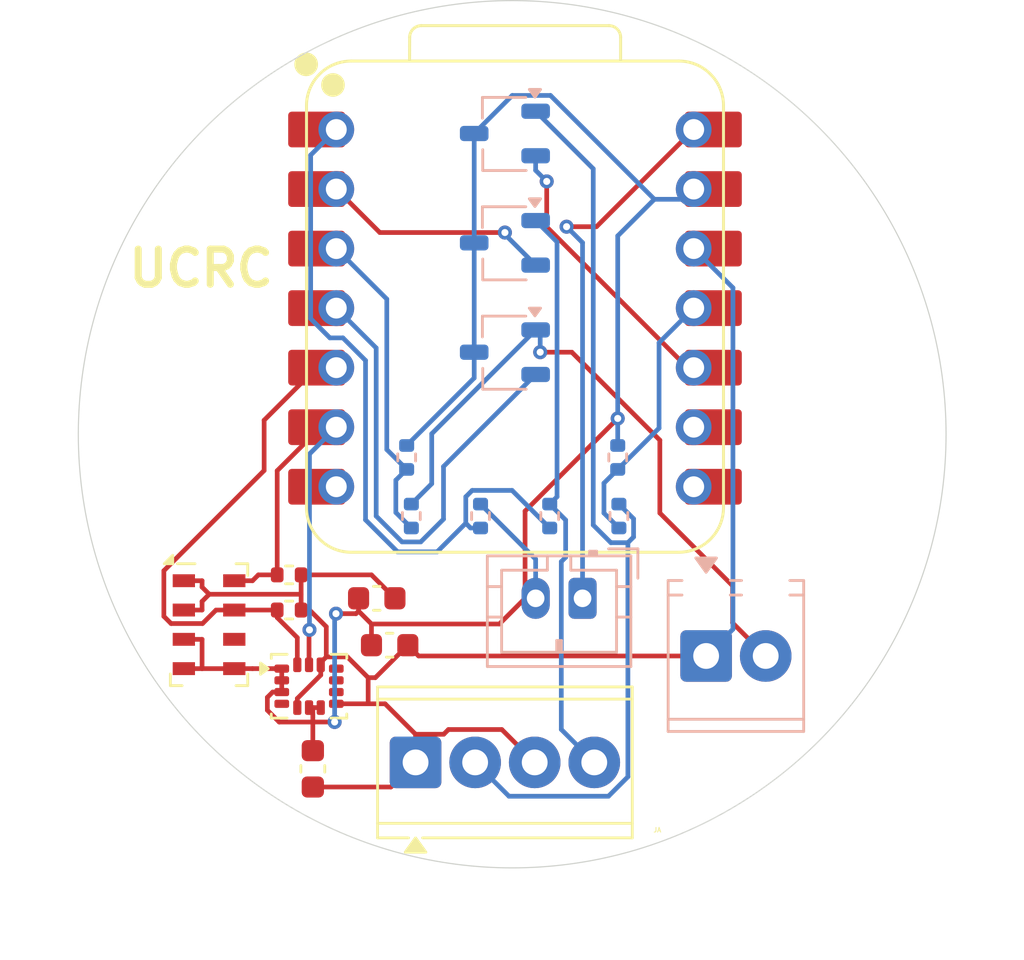
<source format=kicad_pcb>
(kicad_pcb (version 20241229) (generator "pcbnew") (generator_version "9.0")
  (layers (0 "F.Cu" signal) (2 "B.Cu" signal) (13 "F.Paste" user) (15 "B.Paste" user) (5 "F.SilkS" user "F.Silkscreen") (7 "B.SilkS" user "B.Silkscreen") (1 "F.Mask" user) (3 "B.Mask" user) (25 "Edge.Cuts" user))
  (net 0 "")
  (net 1 "+3.3V")
  (net 2 "-BATT")
  (net 3 "+BATT")
  (net 4 "/APPO")
  (net 5 "/MAIN")
  (net 6 "/MOTOR")
  (net 7 "/IGNIT 1")
  (net 8 "/IGNIT 2")
  (net 9 "/IGNIT 3")
  (net 10 "/SCL")
  (net 11 "/SDA")
  (net 12 "/CONT 1")
  (net 13 "/CONT 2")
  (net 14 "/CONT 3")
  (footprint "Capacitor_SMD:C_0603_1608Metric" (layer "F.Cu") (at 200.775 76.5)
    (property "Reference" "C1" (hide yes))
    (property "Value" "100nF")
    (fp_line (start -0.14058 -0.51) (end 0.14058 -0.51) (stroke (width 0.12)) (layer "F.SilkS"))
    (fp_line (start -0.14058 0.51) (end 0.14058 0.51) (stroke (width 0.12)) (layer "F.SilkS"))
    (pad "1" smd roundrect (at -0.775 0) (size 0.9 0.95) (layers "F.Cu" "F.Mask" "F.Paste") (net 2 "-BATT"))
    (pad "2" smd roundrect (at 0.775 0) (size 0.9 0.95) (layers "F.Cu" "F.Mask" "F.Paste") (net 1 "+3.3V"))
  )
  (footprint "Resistor_SMD:R_0402_1005Metric" (layer "F.Cu") (at 196.49 73.5)
    (property "Reference" "R1" (hide yes))
    (property "Value" "10K")
    (fp_line (start -0.153641 -0.38) (end 0.153641 -0.38) (stroke (width 0.12)) (layer "F.SilkS"))
    (fp_line (start -0.153641 0.38) (end 0.153641 0.38) (stroke (width 0.12)) (layer "F.SilkS"))
    (pad "1" smd roundrect (at -0.51 0) (size 0.54 0.64) (layers "F.Cu" "F.Mask" "F.Paste") (net 10 "/SCL"))
    (pad "2" smd roundrect (at 0.51 0) (size 0.54 0.64) (layers "F.Cu" "F.Mask" "F.Paste") (net 1 "+3.3V"))
  )
  (footprint "Package_LGA:LGA-8_3x5mm_P1.25mm" (layer "F.Cu") (at 193.075 75.625)
    (property "Reference" "U4" (hide yes))
    (property "Value" "MS5611-01BA")
    (fp_line (start -1.65 2.6) (end -1.65 2.1) (stroke (width 0.12)) (layer "F.SilkS"))
    (fp_line (start -1.35 -2.6) (end -0.6 -2.6) (stroke (width 0.12)) (layer "F.SilkS"))
    (fp_line (start -1.15 2.6) (end -1.65 2.6) (stroke (width 0.12)) (layer "F.SilkS"))
    (fp_line (start 1.15 -2.6) (end 1.65 -2.6) (stroke (width 0.12)) (layer "F.SilkS"))
    (fp_line (start 1.65 -2.6) (end 1.65 -2.1) (stroke (width 0.12)) (layer "F.SilkS"))
    (fp_line (start 1.65 2.1) (end 1.65 2.6) (stroke (width 0.12)) (layer "F.SilkS"))
    (fp_line (start 1.65 2.6) (end 1.15 2.6) (stroke (width 0.12)) (layer "F.SilkS"))
    (fp_poly (pts (xy -1.55 -2.6) (xy -1.91 -2.6) (xy -1.55 -2.96) (xy -1.55 -2.6)) (stroke (width 0.12)) (fill yes) (layer "F.SilkS"))
    (pad "1" smd rect (at -1.075 -1.875) (size 0.95 0.55) (layers "F.Cu" "F.Mask" "F.Paste") (net 1 "+3.3V"))
    (pad "2" smd rect (at -1.075 -0.625) (size 0.95 0.55) (layers "F.Cu" "F.Mask" "F.Paste") (net 1 "+3.3V"))
    (pad "3" smd rect (at -1.075 0.625) (size 0.95 0.55) (layers "F.Cu" "F.Mask" "F.Paste") (net 2 "-BATT"))
    (pad "4" smd rect (at -1.075 1.875) (size 0.95 0.55) (layers "F.Cu" "F.Mask" "F.Paste") (net 2 "-BATT"))
    (pad "5" smd rect (at 1.075 1.875) (size 0.95 0.55) (layers "F.Cu" "F.Mask" "F.Paste") (net 2 "-BATT"))
    (pad "6" smd rect (at 1.075 0.625) (size 0.95 0.55) (layers "F.Cu" "F.Mask" "F.Paste"))
    (pad "7" smd rect (at 1.075 -0.625) (size 0.95 0.55) (layers "F.Cu" "F.Mask" "F.Paste") (net 11 "/SDA"))
    (pad "8" smd rect (at 1.075 -1.875) (size 0.95 0.55) (layers "F.Cu" "F.Mask" "F.Paste") (net 10 "/SCL"))
  )
  (footprint "Package_LGA:LGA-14_3x2.5mm_P0.5mm_LayoutBorder3x4y" (layer "F.Cu") (at 197.3375 78.25)
    (property "Reference" "U3" (hide yes))
    (property "Value" "LSM6DSO32")
    (fp_line (start -1.61 -1.36) (end -0.935 -1.36) (stroke (width 0.12)) (layer "F.SilkS"))
    (fp_line (start -1.61 -1.185) (end -1.61 -1.36) (stroke (width 0.12)) (layer "F.SilkS"))
    (fp_line (start -1.61 1.36) (end -1.61 1.185) (stroke (width 0.12)) (layer "F.SilkS"))
    (fp_line (start -0.935 1.36) (end -1.61 1.36) (stroke (width 0.12)) (layer "F.SilkS"))
    (fp_line (start 0.935 -1.36) (end 1.61 -1.36) (stroke (width 0.12)) (layer "F.SilkS"))
    (fp_line (start 1.61 -1.36) (end 1.61 -1.185) (stroke (width 0.12)) (layer "F.SilkS"))
    (fp_line (start 1.61 1.185) (end 1.61 1.36) (stroke (width 0.12)) (layer "F.SilkS"))
    (fp_line (start 1.61 1.36) (end 0.935 1.36) (stroke (width 0.12)) (layer "F.SilkS"))
    (fp_poly (pts (xy -1.74 -0.75) (xy -2.07 -0.51) (xy -2.07 -0.99)) (stroke (width 0.12)) (fill yes) (layer "F.SilkS"))
    (pad "1" smd roundrect (at -1.1625 -0.75) (size 0.625 0.35) (layers "F.Cu" "F.Mask" "F.Paste") (net 2 "-BATT"))
    (pad "2" smd roundrect (at -1.1625 -0.25) (size 0.625 0.35) (layers "F.Cu" "F.Mask" "F.Paste") (net 2 "-BATT"))
    (pad "3" smd roundrect (at -1.1625 0.25) (size 0.625 0.35) (layers "F.Cu" "F.Mask" "F.Paste") (net 2 "-BATT"))
    (pad "4" smd roundrect (at -1.1625 0.75) (size 0.625 0.35) (layers "F.Cu" "F.Mask" "F.Paste"))
    (pad "5" smd roundrect (at -0.5 0.9125) (size 0.35 0.625) (layers "F.Cu" "F.Mask" "F.Paste") (net 1 "+3.3V"))
    (pad "6" smd roundrect (at 0 0.9125) (size 0.35 0.625) (layers "F.Cu" "F.Mask" "F.Paste") (net 2 "-BATT"))
    (pad "7" smd roundrect (at 0.5 0.9125) (size 0.35 0.625) (layers "F.Cu" "F.Mask" "F.Paste") (net 2 "-BATT"))
    (pad "8" smd roundrect (at 1.1625 0.75) (size 0.625 0.35) (layers "F.Cu" "F.Mask" "F.Paste") (net 1 "+3.3V"))
    (pad "9" smd roundrect (at 1.1625 0.25) (size 0.625 0.35) (layers "F.Cu" "F.Mask" "F.Paste"))
    (pad "10" smd roundrect (at 1.1625 -0.25) (size 0.625 0.35) (layers "F.Cu" "F.Mask" "F.Paste"))
    (pad "11" smd roundrect (at 1.1625 -0.75) (size 0.625 0.35) (layers "F.Cu" "F.Mask" "F.Paste"))
    (pad "12" smd roundrect (at 0.5 -0.9125) (size 0.35 0.625) (layers "F.Cu" "F.Mask" "F.Paste") (net 1 "+3.3V"))
    (pad "13" smd roundrect (at 0 -0.9125) (size 0.35 0.625) (layers "F.Cu" "F.Mask" "F.Paste") (net 10 "/SCL"))
    (pad "14" smd roundrect (at -0.5 -0.9125) (size 0.35 0.625) (layers "F.Cu" "F.Mask" "F.Paste") (net 11 "/SDA"))
  )
  (footprint "TerminalBlock_Phoenix:TerminalBlock_Phoenix_MPT-0,5-4-2.54_1x04_P2.54mm_Horizontal" (layer "F.Cu") (at 201.88 81.5)
    (property "Reference" "J2" (hide yes))
    (property "Value" "Top Screw Terminal")
    (fp_line (start -1.62 -3.22) (end 9.24 -3.22) (stroke (width 0.12)) (layer "F.SilkS"))
    (fp_line (start -1.62 -2.7) (end 9.24 -2.7) (stroke (width 0.12)) (layer "F.SilkS"))
    (fp_line (start -1.62 2.6) (end 9.24 2.6) (stroke (width 0.12)) (layer "F.SilkS"))
    (fp_line (start -1.62 3.22) (end -1.62 -3.22) (stroke (width 0.12)) (layer "F.SilkS"))
    (fp_line (start -0.3 3.22) (end -1.62 3.22) (stroke (width 0.12)) (layer "F.SilkS"))
    (fp_line (start 9.24 -3.22) (end 9.24 3.22) (stroke (width 0.12)) (layer "F.SilkS"))
    (fp_line (start 9.24 3.22) (end 0.3 3.22) (stroke (width 0.12)) (layer "F.SilkS"))
    (fp_poly (pts (xy 0 3.22) (xy 0.44 3.83) (xy -0.44 3.83)) (stroke (width 0.12)) (fill yes) (layer "F.SilkS"))
    (pad "1" thru_hole roundrect (at 0 0) (size 2.2 2.2) (drill 1.1) (layers "*.Cu" "*.Mask") (roundrect_rratio 0.113636) (net 1 "+3.3V"))
    (pad "2" thru_hole circle (at 2.54 0) (size 2.2 2.2) (drill 1.1) (layers "*.Cu" "*.Mask") (net 4 "/APPO"))
    (pad "3" thru_hole circle (at 5.08 0) (size 2.2 2.2) (drill 1.1) (layers "*.Cu" "*.Mask") (net 1 "+3.3V"))
    (pad "4" thru_hole circle (at 7.62 0) (size 2.2 2.2) (drill 1.1) (layers "*.Cu" "*.Mask") (net 5 "/MAIN"))
  )
  (footprint "Capacitor_SMD:C_0603_1608Metric" (layer "F.Cu") (at 197.5 81.775 -90)
    (property "Reference" "C2" (hide yes))
    (property "Value" "100nF")
    (fp_line (start -0.14058 0.51) (end 0.14058 0.51) (stroke (width 0.12)) (layer "F.SilkS"))
    (fp_line (start -0.14058 -0.51) (end 0.14058 -0.51) (stroke (width 0.12)) (layer "F.SilkS"))
    (pad "1" smd roundrect (at -0.775 0 270) (size 0.9 0.95) (layers "F.Cu" "F.Mask" "F.Paste") (net 2 "-BATT"))
    (pad "2" smd roundrect (at 0.775 0 270) (size 0.9 0.95) (layers "F.Cu" "F.Mask" "F.Paste") (net 1 "+3.3V"))
  )
  (footprint "MountingHole:MountingHole_5mm" (layer "F.Cu") (at 220.5 67.5)
    (property "Reference" "REF**" (hide yes))
    (property "Value" "MountingHole_5mm")
    (pad "" np_thru_hole circle (at 0 0) (size 5 5) (drill 5) (layers "*.Cu" "*.Mask"))
  )
  (footprint "MountingHole:MountingHole_5mm" (layer "F.Cu") (at 191.5 67.5)
    (property "Reference" "Trust" (hide yes))
    (property "Value" "MountingHole_5mm")
    (pad "" np_thru_hole circle (at 0 0) (size 5 5) (drill 5) (layers "*.Cu" "*.Mask"))
  )
  (footprint "Capacitor_SMD:C_0603_1608Metric" (layer "F.Cu") (at 200.225 74.5)
    (property "Reference" "C3" (hide yes))
    (property "Value" "100nF")
    (fp_line (start -0.14058 -0.51) (end 0.14058 -0.51) (stroke (width 0.12)) (layer "F.SilkS"))
    (fp_line (start -0.14058 0.51) (end 0.14058 0.51) (stroke (width 0.12)) (layer "F.SilkS"))
    (pad "1" smd roundrect (at -0.775 0) (size 0.9 0.95) (layers "F.Cu" "F.Mask" "F.Paste") (net 2 "-BATT"))
    (pad "2" smd roundrect (at 0.775 0) (size 0.9 0.95) (layers "F.Cu" "F.Mask" "F.Paste") (net 1 "+3.3V"))
  )
  (footprint "Resistor_SMD:R_0402_1005Metric" (layer "F.Cu") (at 196.49 75)
    (property "Reference" "R2" (hide yes))
    (property "Value" "10K")
    (fp_line (start -0.153641 -0.38) (end 0.153641 -0.38) (stroke (width 0.12)) (layer "F.SilkS"))
    (fp_line (start -0.153641 0.38) (end 0.153641 0.38) (stroke (width 0.12)) (layer "F.SilkS"))
    (pad "1" smd roundrect (at -0.51 0) (size 0.54 0.64) (layers "F.Cu" "F.Mask" "F.Paste") (net 11 "/SDA"))
    (pad "2" smd roundrect (at 0.51 0) (size 0.54 0.64) (layers "F.Cu" "F.Mask" "F.Paste") (net 1 "+3.3V"))
  )
  (footprint "Seeed Studio XIAO Series Library:XIAO-ESP32S3-DIP" (layer "F.Cu") (at 206.12 62.12)
    (property "Reference" "U1" (hide yes))
    (property "Value" "XIAO-ESP32-S3-SMD")
    (fp_line (start -8.89 8.509) (end -8.89 -8.636) (stroke (width 0.127)) (layer "F.SilkS"))
    (fp_line (start -6.985 10.414) (end 6.985 10.414) (stroke (width 0.127)) (layer "F.SilkS"))
    (fp_line (start -4.495 -10.541) (end -4.491272 -11.551272) (stroke (width 0.127)) (layer "F.SilkS"))
    (fp_line (start -3.991272 -12.051) (end 4.004 -12.051) (stroke (width 0.127)) (layer "F.SilkS"))
    (fp_line (start 4.504 -11.551) (end 4.504 -10.541) (stroke (width 0.127)) (layer "F.SilkS"))
    (fp_line (start 6.985 -10.541) (end -6.985 -10.541) (stroke (width 0.1)) (layer "F.SilkS"))
    (fp_line (start 6.985 -10.541) (end -6.985 -10.541) (stroke (width 0.127)) (layer "F.SilkS"))
    (fp_line (start 8.89 8.509) (end 8.89 -8.636) (stroke (width 0.127)) (layer "F.SilkS"))
    (fp_arc (start -8.89 -8.636) (mid -8.332038 -9.983038) (end -6.985 -10.541) (stroke (width 0.127)) (layer "F.SilkS"))
    (fp_arc (start -6.985 10.414) (mid -8.332038 9.856038) (end -8.89 8.509) (stroke (width 0.127)) (layer "F.SilkS"))
    (fp_arc (start -4.491272 -11.551272) (mid -4.344728 -11.90464) (end -3.991272 -12.051) (stroke (width 0.127)) (layer "F.SilkS"))
    (fp_arc (start 4.004 -12.051) (mid 4.357553 -11.904553) (end 4.504 -11.551) (stroke (width 0.127)) (layer "F.SilkS"))
    (fp_arc (start 6.985 -10.541) (mid 8.332038 -9.983038) (end 8.89 -8.636) (stroke (width 0.127)) (layer "F.SilkS"))
    (fp_arc (start 8.89 8.509) (mid 8.332038 9.856038) (end 6.985 10.414) (stroke (width 0.127)) (layer "F.SilkS"))
    (fp_circle (center -8.904 -10.4) (end -8.904 -10.654) (stroke (width 0.5)) (fill yes) (layer "F.SilkS"))
    (fp_circle (center -7.761 -9.52) (end -7.761 -9.774) (stroke (width 0.5)) (fill yes) (layer "F.SilkS"))
    (pad "1" smd roundrect (at -8.455 -7.62 180) (size 2.432 1.524) (layers "F.Cu" "F.Mask") (roundrect_rratio 0.1) (net 13 "/CONT 2"))
    (pad "1" thru_hole circle (at -7.62 -7.62 180) (size 1.524 1.524) (drill 0.889) (layers "*.Cu" "*.Mask") (net 13 "/CONT 2"))
    (pad "2" smd roundrect (at -8.455 -5.08 180) (size 2.432 1.524) (layers "F.Cu" "F.Mask") (roundrect_rratio 0.1) (net 8 "/IGNIT 2"))
    (pad "2" thru_hole circle (at -7.62 -5.08 180) (size 1.524 1.524) (drill 0.889) (layers "*.Cu" "*.Mask") (net 8 "/IGNIT 2"))
    (pad "3" smd roundrect (at -8.455 -2.54 180) (size 2.432 1.524) (layers "F.Cu" "F.Mask") (roundrect_rratio 0.1) (net 14 "/CONT 3"))
    (pad "3" thru_hole circle (at -7.62 -2.54 180) (size 1.524 1.524) (drill 0.889) (layers "*.Cu" "*.Mask") (net 14 "/CONT 3"))
    (pad "4" smd roundrect (at -8.455 0 180) (size 2.432 1.524) (layers "F.Cu" "F.Mask") (roundrect_rratio 0.1) (net 9 "/IGNIT 3"))
    (pad "4" thru_hole circle (at -7.62 0 180) (size 1.524 1.524) (drill 0.889) (layers "*.Cu" "*.Mask") (net 9 "/IGNIT 3"))
    (pad "5" smd roundrect (at -8.455 2.54 180) (size 2.432 1.524) (layers "F.Cu" "F.Mask") (roundrect_rratio 0.1) (net 11 "/SDA"))
    (pad "5" thru_hole circle (at -7.62 2.54 180) (size 1.524 1.524) (drill 0.889) (layers "*.Cu" "*.Mask") (net 11 "/SDA"))
    (pad "6" smd roundrect (at -8.455 5.08 180) (size 2.432 1.524) (layers "F.Cu" "F.Mask") (roundrect_rratio 0.1) (net 10 "/SCL"))
    (pad "6" thru_hole circle (at -7.62 5.08 180) (size 1.524 1.524) (drill 0.889) (layers "*.Cu" "*.Mask") (net 10 "/SCL"))
    (pad "7" smd roundrect (at -8.455 7.62 180) (size 2.432 1.524) (layers "F.Cu" "F.Mask") (roundrect_rratio 0.1))
    (pad "7" thru_hole circle (at -7.62 7.62 180) (size 1.524 1.524) (drill 0.889) (layers "*.Cu" "*.Mask"))
    (pad "8" thru_hole circle (at 7.62 7.62) (size 1.524 1.524) (drill 0.889) (layers "*.Cu" "*.Mask"))
    (pad "8" smd roundrect (at 8.455 7.62) (size 2.432 1.524) (layers "F.Cu" "F.Mask") (roundrect_rratio 0.1))
    (pad "9" thru_hole circle (at 7.62 5.08) (size 1.524 1.524) (drill 0.889) (layers "*.Cu" "*.Mask"))
    (pad "9" smd roundrect (at 8.455 5.08) (size 2.432 1.524) (layers "F.Cu" "F.Mask") (roundrect_rratio 0.1))
    (pad "10" thru_hole circle (at 7.62 2.54) (size 1.524 1.524) (drill 0.889) (layers "*.Cu" "*.Mask") (net 7 "/IGNIT 1"))
    (pad "10" smd roundrect (at 8.455 2.54) (size 2.432 1.524) (layers "F.Cu" "F.Mask") (roundrect_rratio 0.1) (net 7 "/IGNIT 1"))
    (pad "11" thru_hole circle (at 7.62 0) (size 1.524 1.524) (drill 0.889) (layers "*.Cu" "*.Mask") (net 12 "/CONT 1"))
    (pad "11" smd roundrect (at 8.455 0) (size 2.432 1.524) (layers "F.Cu" "F.Mask") (roundrect_rratio 0.1) (net 12 "/CONT 1"))
    (pad "12" thru_hole circle (at 7.62 -2.54) (size 1.524 1.524) (drill 0.889) (layers "*.Cu" "*.Mask") (net 1 "+3.3V"))
    (pad "12" smd roundrect (at 8.455 -2.54) (size 2.432 1.524) (layers "F.Cu" "F.Mask") (roundrect_rratio 0.1) (net 1 "+3.3V"))
    (pad "13" thru_hole circle (at 7.62 -5.08) (size 1.524 1.524) (drill 0.889) (layers "*.Cu" "*.Mask") (net 2 "-BATT"))
    (pad "13" smd roundrect (at 8.455 -5.08) (size 2.432 1.524) (layers "F.Cu" "F.Mask") (roundrect_rratio 0.1) (net 2 "-BATT"))
    (pad "14" thru_hole circle (at 7.62 -7.62) (size 1.524 1.524) (drill 0.889) (layers "*.Cu" "*.Mask") (net 3 "+BATT"))
    (pad "14" smd roundrect (at 8.455 -7.62) (size 2.432 1.524) (layers "F.Cu" "F.Mask") (roundrect_rratio 0.1) (net 3 "+BATT"))
  )
  (footprint "Resistor_SMD:R_0402_1005Metric" (layer "B.Cu") (at 210.55 70.99 90)
    (property "Reference" "R4" (hide yes))
    (property "Value" "10K")
    (fp_line (start -0.153641 -0.38) (end 0.153641 -0.38) (stroke (width 0.12)) (layer "B.SilkS"))
    (fp_line (start -0.153641 0.38) (end 0.153641 0.38) (stroke (width 0.12)) (layer "B.SilkS"))
    (pad "1" smd roundrect (at -0.51 0 90) (size 0.54 0.64) (layers "B.Cu" "B.Mask" "B.Paste") (net 12 "/CONT 1"))
    (pad "2" smd roundrect (at 0.51 0 90) (size 0.54 0.64) (layers "B.Cu" "B.Mask" "B.Paste") (net 4 "/APPO"))
  )
  (footprint "Resistor_SMD:R_0402_1005Metric" (layer "B.Cu") (at 201.5 68.49 90)
    (property "Reference" "R8" (hide yes))
    (property "Value" "10K")
    (fp_line (start -0.153641 -0.38) (end 0.153641 -0.38) (stroke (width 0.12)) (layer "B.SilkS"))
    (fp_line (start -0.153641 0.38) (end 0.153641 0.38) (stroke (width 0.12)) (layer "B.SilkS"))
    (pad "1" smd roundrect (at -0.51 0 90) (size 0.54 0.64) (layers "B.Cu" "B.Mask" "B.Paste") (net 14 "/CONT 3"))
    (pad "2" smd roundrect (at 0.51 0 90) (size 0.54 0.64) (layers "B.Cu" "B.Mask" "B.Paste") (net 2 "-BATT"))
  )
  (footprint "Resistor_SMD:R_0402_1005Metric" (layer "B.Cu") (at 207.6 70.99 90)
    (property "Reference" "R5" (hide yes))
    (property "Value" "10K")
    (fp_line (start -0.153641 -0.38) (end 0.153641 -0.38) (stroke (width 0.12)) (layer "B.SilkS"))
    (fp_line (start -0.153641 0.38) (end 0.153641 0.38) (stroke (width 0.12)) (layer "B.SilkS"))
    (pad "1" smd roundrect (at -0.51 0 90) (size 0.54 0.64) (layers "B.Cu" "B.Mask" "B.Paste") (net 13 "/CONT 2"))
    (pad "2" smd roundrect (at 0.51 0 90) (size 0.54 0.64) (layers "B.Cu" "B.Mask" "B.Paste") (net 5 "/MAIN"))
  )
  (footprint "TerminalBlock_Phoenix:TerminalBlock_Phoenix_MPT-0,5-2-2.54_1x02_P2.54mm_Horizontal" (layer "B.Cu") (at 214.2697 76.96)
    (property "Reference" "J3" (hide yes))
    (property "Value" "Bottom Screw Terminal")
    (fp_line (start -1.62 -3.22) (end -1.62 3.22) (stroke (width 0.12)) (layer "B.SilkS"))
    (fp_line (start -1.62 -2.6) (end -1.03 -2.6) (stroke (width 0.12)) (layer "B.SilkS"))
    (fp_line (start -1.62 2.7) (end 4.16 2.7) (stroke (width 0.12)) (layer "B.SilkS"))
    (fp_line (start -1.62 3.22) (end 4.16 3.22) (stroke (width 0.12)) (layer "B.SilkS"))
    (fp_line (start -1.03 -3.22) (end -1.62 -3.22) (stroke (width 0.12)) (layer "B.SilkS"))
    (fp_line (start 1.03 -2.6) (end 1.51 -2.6) (stroke (width 0.12)) (layer "B.SilkS"))
    (fp_line (start 1.51 -3.22) (end 1.03 -3.22) (stroke (width 0.12)) (layer "B.SilkS"))
    (fp_line (start 3.57 -2.6) (end 4.16 -2.6) (stroke (width 0.12)) (layer "B.SilkS"))
    (fp_line (start 4.16 -3.22) (end 3.57 -3.22) (stroke (width 0.12)) (layer "B.SilkS"))
    (fp_line (start 4.16 3.22) (end 4.16 -3.22) (stroke (width 0.12)) (layer "B.SilkS"))
    (fp_poly (pts (xy 0 -3.57) (xy 0.44 -4.18) (xy -0.44 -4.18)) (stroke (width 0.12)) (fill yes) (layer "B.SilkS"))
    (pad "" np_thru_hole circle (at 0 -2.54) (size 1.1 1.1) (drill 1.1) (layers "*.Cu" "*.Mask"))
    (pad "" np_thru_hole circle (at 2.54 -2.54) (size 1.1 1.1) (drill 1.1) (layers "*.Cu" "*.Mask"))
    (pad "1" thru_hole roundrect (at 0 0) (size 2.2 2.2) (drill 1.1) (layers "*.Cu" "*.Mask") (roundrect_rratio 0.113636) (net 1 "+3.3V"))
    (pad "2" thru_hole circle (at 2.54 0) (size 2.2 2.2) (drill 1.1) (layers "*.Cu" "*.Mask") (net 6 "/MOTOR"))
  )
  (footprint "Connector_JST:JST_PH_B2B-PH-K_1x02_P2.00mm_Vertical" (layer "B.Cu") (at 209 74.5 180)
    (property "Reference" "J1" (hide yes))
    (property "Value" "Battery Connector")
    (fp_line (start 4.06 1.81) (end -2.06 1.81) (stroke (width 0.12)) (layer "B.SilkS"))
    (fp_line (start 4.06 0.5) (end 3.45 0.5) (stroke (width 0.12)) (layer "B.SilkS"))
    (fp_line (start 4.06 -0.8) (end 3.45 -0.8) (stroke (width 0.12)) (layer "B.SilkS"))
    (fp_line (start 4.06 -2.91) (end 4.06 1.81) (stroke (width 0.12)) (layer "B.SilkS"))
    (fp_line (start 3.45 1.2) (end 1.5 1.2) (stroke (width 0.12)) (layer "B.SilkS"))
    (fp_line (start 3.45 -2.3) (end 3.45 1.2) (stroke (width 0.12)) (layer "B.SilkS"))
    (fp_line (start 1.5 1.2) (end 1.5 1.81) (stroke (width 0.12)) (layer "B.SilkS"))
    (fp_line (start 1.1 -1.8) (end 1.1 -2.3) (stroke (width 0.12)) (layer "B.SilkS"))
    (fp_line (start 1 -2.3) (end 1 -1.8) (stroke (width 0.12)) (layer "B.SilkS"))
    (fp_line (start 0.9 -1.8) (end 1.1 -1.8) (stroke (width 0.12)) (layer "B.SilkS"))
    (fp_line (start 0.9 -2.3) (end 0.9 -1.8) (stroke (width 0.12)) (layer "B.SilkS"))
    (fp_line (start 0.5 1.81) (end 0.5 1.2) (stroke (width 0.12)) (layer "B.SilkS"))
    (fp_line (start 0.5 1.2) (end -1.45 1.2) (stroke (width 0.12)) (layer "B.SilkS"))
    (fp_line (start -0.3 2.01) (end -0.6 2.01) (stroke (width 0.12)) (layer "B.SilkS"))
    (fp_line (start -0.3 1.91) (end -0.6 1.91) (stroke (width 0.12)) (layer "B.SilkS"))
    (fp_line (start -0.3 1.81) (end -0.3 2.01) (stroke (width 0.12)) (layer "B.SilkS"))
    (fp_line (start -0.6 2.01) (end -0.6 1.81) (stroke (width 0.12)) (layer "B.SilkS"))
    (fp_line (start -1.11 2.11) (end -2.36 2.11) (stroke (width 0.12)) (layer "B.SilkS"))
    (fp_line (start -1.45 1.2) (end -1.45 -2.3) (stroke (width 0.12)) (layer "B.SilkS"))
    (fp_line (start -1.45 -2.3) (end 3.45 -2.3) (stroke (width 0.12)) (layer "B.SilkS"))
    (fp_line (start -2.06 1.81) (end -2.06 -2.91) (stroke (width 0.12)) (layer "B.SilkS"))
    (fp_line (start -2.06 0.5) (end -1.45 0.5) (stroke (width 0.12)) (layer "B.SilkS"))
    (fp_line (start -2.06 -0.8) (end -1.45 -0.8) (stroke (width 0.12)) (layer "B.SilkS"))
    (fp_line (start -2.06 -2.91) (end 4.06 -2.91) (stroke (width 0.12)) (layer "B.SilkS"))
    (fp_line (start -2.36 2.11) (end -2.36 0.86) (stroke (width 0.12)) (layer "B.SilkS"))
    (pad "1" thru_hole roundrect (at 0 0 180) (size 1.2 1.75) (drill 0.75) (layers "*.Cu" "*.Mask") (roundrect_rratio 0.208333) (net 3 "+BATT"))
    (pad "2" thru_hole oval (at 2 0 180) (size 1.2 1.75) (drill 0.75) (layers "*.Cu" "*.Mask") (net 2 "-BATT"))
  )
  (footprint "Resistor_SMD:R_0402_1005Metric" (layer "B.Cu") (at 204.65 70.99 90)
    (property "Reference" "R6" (hide yes))
    (property "Value" "10K")
    (fp_line (start -0.153641 -0.38) (end 0.153641 -0.38) (stroke (width 0.12)) (layer "B.SilkS"))
    (fp_line (start -0.153641 0.38) (end 0.153641 0.38) (stroke (width 0.12)) (layer "B.SilkS"))
    (pad "1" smd roundrect (at -0.51 0 90) (size 0.54 0.64) (layers "B.Cu" "B.Mask" "B.Paste") (net 13 "/CONT 2"))
    (pad "2" smd roundrect (at 0.51 0 90) (size 0.54 0.64) (layers "B.Cu" "B.Mask" "B.Paste") (net 2 "-BATT"))
  )
  (footprint "Resistor_SMD:R_0402_1005Metric" (layer "B.Cu") (at 210.5 68.49 90)
    (property "Reference" "R3" (hide yes))
    (property "Value" "10K")
    (fp_line (start -0.153641 -0.38) (end 0.153641 -0.38) (stroke (width 0.12)) (layer "B.SilkS"))
    (fp_line (start -0.153641 0.38) (end 0.153641 0.38) (stroke (width 0.12)) (layer "B.SilkS"))
    (pad "1" smd roundrect (at -0.51 0 90) (size 0.54 0.64) (layers "B.Cu" "B.Mask" "B.Paste") (net 12 "/CONT 1"))
    (pad "2" smd roundrect (at 0.51 0 90) (size 0.54 0.64) (layers "B.Cu" "B.Mask" "B.Paste") (net 2 "-BATT"))
  )
  (footprint "Package_TO_SOT_SMD:TSOT-23" (layer "B.Cu") (at 205.69 64 180)
    (property "Reference" "Q3" (hide yes))
    (property "Value" "Q_NMOS_DGS")
    (fp_line (start 0.96 1.54) (end 0.96 0.65) (stroke (width 0.12)) (layer "B.SilkS"))
    (fp_line (start 0.96 1.54) (end -0.89 1.54) (stroke (width 0.12)) (layer "B.SilkS"))
    (fp_line (start 0.945 -0.69) (end 0.945 -1.58) (stroke (width 0.12)) (layer "B.SilkS"))
    (fp_line (start 0.945 -1.58) (end -0.905 -1.58) (stroke (width 0.12)) (layer "B.SilkS"))
    (fp_poly (pts (xy -1.28 1.55) (xy -1.52 1.88) (xy -1.04 1.88) (xy -1.28 1.55)) (stroke (width 0.12)) (fill yes) (layer "B.SilkS"))
    (pad "1" smd roundrect (at -1.31 0.95 180) (size 1.22 0.65) (layers "B.Cu" "B.Mask" "B.Paste") (net 6 "/MOTOR"))
    (pad "2" smd roundrect (at -1.31 -0.95 180) (size 1.22 0.65) (layers "B.Cu" "B.Mask" "B.Paste") (net 9 "/IGNIT 3"))
    (pad "3" smd roundrect (at 1.31 0 180) (size 1.22 0.65) (layers "B.Cu" "B.Mask" "B.Paste") (net 2 "-BATT"))
  )
  (footprint "Package_TO_SOT_SMD:TSOT-23" (layer "B.Cu") (at 205.69 54.67 180)
    (property "Reference" "Q1" (hide yes))
    (property "Value" "Q_NMOS_DGS")
    (fp_line (start 0.96 1.54) (end 0.96 0.65) (stroke (width 0.12)) (layer "B.SilkS"))
    (fp_line (start 0.96 1.54) (end -0.89 1.54) (stroke (width 0.12)) (layer "B.SilkS"))
    (fp_line (start 0.945 -0.69) (end 0.945 -1.58) (stroke (width 0.12)) (layer "B.SilkS"))
    (fp_line (start 0.945 -1.58) (end -0.905 -1.58) (stroke (width 0.12)) (layer "B.SilkS"))
    (fp_poly (pts (xy -1.28 1.55) (xy -1.52 1.88) (xy -1.04 1.88) (xy -1.28 1.55)) (stroke (width 0.12)) (fill yes) (layer "B.SilkS"))
    (pad "1" smd roundrect (at -1.31 0.95 180) (size 1.22 0.65) (layers "B.Cu" "B.Mask" "B.Paste") (net 4 "/APPO"))
    (pad "2" smd roundrect (at -1.31 -0.95 180) (size 1.22 0.65) (layers "B.Cu" "B.Mask" "B.Paste") (net 7 "/IGNIT 1"))
    (pad "3" smd roundrect (at 1.31 0 180) (size 1.22 0.65) (layers "B.Cu" "B.Mask" "B.Paste") (net 2 "-BATT"))
  )
  (footprint "Package_TO_SOT_SMD:TSOT-23" (layer "B.Cu") (at 205.69 59.335 180)
    (property "Reference" "Q2" (hide yes))
    (property "Value" "Q_NMOS_DGS")
    (fp_line (start 0.96 1.54) (end 0.96 0.65) (stroke (width 0.12)) (layer "B.SilkS"))
    (fp_line (start 0.96 1.54) (end -0.89 1.54) (stroke (width 0.12)) (layer "B.SilkS"))
    (fp_line (start 0.945 -0.69) (end 0.945 -1.58) (stroke (width 0.12)) (layer "B.SilkS"))
    (fp_line (start 0.945 -1.58) (end -0.905 -1.58) (stroke (width 0.12)) (layer "B.SilkS"))
    (fp_poly (pts (xy -1.28 1.55) (xy -1.52 1.88) (xy -1.04 1.88) (xy -1.28 1.55)) (stroke (width 0.12)) (fill yes) (layer "B.SilkS"))
    (pad "1" smd roundrect (at -1.31 0.95 180) (size 1.22 0.65) (layers "B.Cu" "B.Mask" "B.Paste") (net 5 "/MAIN"))
    (pad "2" smd roundrect (at -1.31 -0.95 180) (size 1.22 0.65) (layers "B.Cu" "B.Mask" "B.Paste") (net 8 "/IGNIT 2"))
    (pad "3" smd roundrect (at 1.31 0 180) (size 1.22 0.65) (layers "B.Cu" "B.Mask" "B.Paste") (net 2 "-BATT"))
  )
  (footprint "Resistor_SMD:R_0402_1005Metric" (layer "B.Cu") (at 201.7 70.99 90)
    (property "Reference" "R7" (hide yes))
    (property "Value" "10K")
    (fp_line (start -0.153641 -0.38) (end 0.153641 -0.38) (stroke (width 0.12)) (layer "B.SilkS"))
    (fp_line (start -0.153641 0.38) (end 0.153641 0.38) (stroke (width 0.12)) (layer "B.SilkS"))
    (pad "1" smd roundrect (at -0.51 0 90) (size 0.54 0.64) (layers "B.Cu" "B.Mask" "B.Paste") (net 14 "/CONT 3"))
    (pad "2" smd roundrect (at 0.51 0 90) (size 0.54 0.64) (layers "B.Cu" "B.Mask" "B.Paste") (net 6 "/MOTOR"))
  )
  (gr_circle (center 206 67.5) (end 224.5 67.5) (stroke (width 0.05)) (fill no) (layer "Edge.Cuts"))
  (gr_text "UCRC" (at 189.5 61.3015 0) (layer "F.SilkS") (effects (font (size 1.5 1.5) (thickness 0.3) (bold yes)) (justify left bottom)))
  (gr_text "JA" (at 212 84.5 0) (layer "F.SilkS") (effects (font (size 0.2 0.2) (thickness 0.04) (bold yes)) (justify left bottom)))
  (segment (start 200.58 79) (end 199.8588 79) (width 0.2) (layer "F.Cu") (net 1))
  (segment (start 201.88 80.3) (end 200.58 79) (width 0.2) (layer "F.Cu") (net 1))
  (segment (start 200.83 82.55) (end 197.5 82.55) (width 0.2) (layer "F.Cu") (net 1))
  (segment (start 199.8588 79) (end 198.5 79) (width 0.2) (layer "F.Cu") (net 1))
  (segment (start 200.1656 77.8844) (end 199.8588 77.8844) (width 0.2) (layer "F.Cu") (net 1))
  (segment (start 198.0731 75.7121) (end 197.361 75) (width 0.2) (layer "F.Cu") (net 1))
  (segment (start 198.0731 76.9994) (end 197.8375 77.235) (width 0.2) (layer "F.Cu") (net 1))
  (segment (start 199.8588 77.8844) (end 198.9738 76.9994) (width 0.2) (layer "F.Cu") (net 1))
  (segment (start 203.2817 80.0983) (end 203.08 80.3) (width 0.2) (layer "F.Cu") (net 1))
  (segment (start 197 74.3267) (end 193.0823 74.3267) (width 0.2) (layer "F.Cu") (net 1))
  (segment (start 201.88 80.3) (end 201.88 81.5) (width 0.2) (layer "F.Cu") (net 1))
  (segment (start 214.575 59.58) (end 213.74 59.58) (width 0.2) (layer "F.Cu") (net 1))
  (segment (start 192.7767 74.6323) (end 192.7767 75) (width 0.2) (layer "F.Cu") (net 1))
  (segment (start 197.361 75) (end 197 75) (width 0.2) (layer "F.Cu") (net 1))
  (segment (start 198.9738 76.9994) (end 198.0731 76.9994) (width 0.2) (layer "F.Cu") (net 1))
  (segment (start 202.01 76.96) (end 201.55 76.5) (width 0.2) (layer "F.Cu") (net 1))
  (segment (start 201.55 76.5) (end 200.1656 77.8844) (width 0.2) (layer "F.Cu") (net 1))
  (segment (start 197 73.5) (end 197 74.3267) (width 0.2) (layer "F.Cu") (net 1))
  (segment (start 200 73.5) (end 197 73.5) (width 0.2) (layer "F.Cu") (net 1))
  (segment (start 199.8588 77.8844) (end 199.8588 79) (width 0.2) (layer "F.Cu") (net 1))
  (segment (start 197.8375 77.235) (end 197.8375 77.3375) (width 0.2) (layer "F.Cu") (net 1))
  (segment (start 201 74.5) (end 200 73.5) (width 0.2) (layer "F.Cu") (net 1))
  (segment (start 196.8375 79.1625) (end 196.8375 78.7741) (width 0.2) (layer "F.Cu") (net 1))
  (segment (start 214.2697 76.96) (end 202.01 76.96) (width 0.2) (layer "F.Cu") (net 1))
  (segment (start 192 73.75) (end 192.7767 73.75) (width 0.2) (layer "F.Cu") (net 1))
  (segment (start 196.8375 78.7741) (end 197.8375 77.7741) (width 0.2) (layer "F.Cu") (net 1))
  (segment (start 192 75) (end 192.7767 75) (width 0.2) (layer "F.Cu") (net 1))
  (segment (start 206.96 81.5) (end 205.5583 80.0983) (width 0.2) (layer "F.Cu") (net 1))
  (segment (start 192.7767 74.0211) (end 193.0823 74.3267) (width 0.2) (layer "F.Cu") (net 1))
  (segment (start 201.88 81.5) (end 200.83 82.55) (width 0.2) (layer "F.Cu") (net 1))
  (segment (start 197 74.3267) (end 197 75) (width 0.2) (layer "F.Cu") (net 1))
  (segment (start 205.5583 80.0983) (end 203.2817 80.0983) (width 0.2) (layer "F.Cu") (net 1))
  (segment (start 198.0731 76.9994) (end 198.0731 75.7121) (width 0.2) (layer "F.Cu") (net 1))
  (segment (start 203.08 80.3) (end 201.88 80.3) (width 0.2) (layer "F.Cu") (net 1))
  (segment (start 192.7767 73.75) (end 192.7767 74.0211) (width 0.2) (layer "F.Cu") (net 1))
  (segment (start 197.8375 77.7741) (end 197.8375 77.3375) (width 0.2) (layer "F.Cu") (net 1))
  (segment (start 193.0823 74.3267) (end 192.7767 74.6323) (width 0.2) (layer "F.Cu") (net 1))
  (segment (start 215.4125 61.2525) (end 213.74 59.58) (width 0.2) (layer "B.Cu") (net 1))
  (segment (start 214.2697 76.96) (end 215.4125 75.8172) (width 0.2) (layer "B.Cu") (net 1))
  (segment (start 215.4125 75.8172) (end 215.4125 61.2525) (width 0.2) (layer "B.Cu") (net 1))
  (segment (start 198.4867 75.1551) (end 199.3404 75.1551) (width 0.2) (layer "F.Cu") (net 2))
  (segment (start 206.5492 74.5) (end 206.5492 70.7774) (width 0.2) (layer "F.Cu") (net 2))
  (segment (start 194.15 77.5) (end 194.9267 77.5) (width 0.2) (layer "F.Cu") (net 2))
  (segment (start 206.5492 70.7774) (end 210.5 66.8266) (width 0.2) (layer "F.Cu") (net 2))
  (segment (start 192 76.25) (end 192.7767 76.25) (width 0.2) (layer "F.Cu") (net 2))
  (segment (start 195.7867 78.5) (end 196.175 78.5) (width 0.2) (layer "F.Cu") (net 2))
  (segment (start 196.175 77.5) (end 194.9267 77.5) (width 0.2) (layer "F.Cu") (net 2))
  (segment (start 196.175 78.5) (end 196.175 78) (width 0.2) (layer "F.Cu") (net 2))
  (segment (start 205.4537 75.5955) (end 200 75.5955) (width 0.2) (layer "F.Cu") (net 2))
  (segment (start 192.7767 77.5) (end 192.7767 76.25) (width 0.2) (layer "F.Cu") (net 2))
  (segment (start 197.5 79.7765) (end 197.5 79.7783) (width 0.2) (layer "F.Cu") (net 2))
  (segment (start 196.175 77.5) (end 196.175 78) (width 0.2) (layer "F.Cu") (net 2))
  (segment (start 214.575 57.04) (end 213.74 57.04) (width 0.2) (layer "F.Cu") (net 2))
  (segment (start 197.5 79.7783) (end 196.0653 79.7783) (width 0.2) (layer "F.Cu") (net 2))
  (segment (start 200 75.5955) (end 200 76.5) (width 0.2) (layer "F.Cu") (net 2))
  (segment (start 207 74.5) (end 206.5492 74.5) (width 0.2) (layer "F.Cu") (net 2))
  (segment (start 197.5 79.1625) (end 197.5 79.7765) (width 0.2) (layer "F.Cu") (net 2))
  (segment (start 197.5 79.1625) (end 197.8375 79.1625) (width 0.2) (layer "F.Cu") (net 2))
  (segment (start 199.45 75.0455) (end 199.45 74.5) (width 0.2) (layer "F.Cu") (net 2))
  (segment (start 206.5492 74.5) (end 205.4537 75.5955) (width 0.2) (layer "F.Cu") (net 2))
  (segment (start 200 75.5955) (end 199.45 75.0455) (width 0.2) (layer "F.Cu") (net 2))
  (segment (start 196.0653 79.7783) (end 195.5605 79.2735) (width 0.2) (layer "F.Cu") (net 2))
  (segment (start 195.5605 79.2735) (end 195.5605 78.7262) (width 0.2) (layer "F.Cu") (net 2))
  (segment (start 199.3404 75.1551) (end 199.45 75.0455) (width 0.2) (layer "F.Cu") (net 2))
  (segment (start 192 77.5) (end 192.7767 77.5) (width 0.2) (layer "F.Cu") (net 2))
  (segment (start 195.5605 78.7262) (end 195.7867 78.5) (width 0.2) (layer "F.Cu") (net 2))
  (segment (start 197.3375 79.1625) (end 197.5 79.1625) (width 0.2) (layer "F.Cu") (net 2))
  (segment (start 192.7767 77.5) (end 194.15 77.5) (width 0.2) (layer "F.Cu") (net 2))
  (segment (start 197.5 79.7765) (end 198.4293 79.7765) (width 0.2) (layer "F.Cu") (net 2))
  (segment (start 197.5 79.7783) (end 197.5 81) (width 0.2) (layer "F.Cu") (net 2))
  (via (at 210.5 66.8266) (size 0.6) (drill 0.3) (layers "F.Cu" "B.Cu") (net 2))
  (via (at 198.4293 79.7765) (size 0.6) (drill 0.3) (layers "F.Cu" "B.Cu") (net 2))
  (via (at 198.4867 75.1551) (size 0.6) (drill 0.3) (layers "F.Cu" "B.Cu") (net 2))
  (segment (start 207 72.83) (end 204.65 70.48) (width 0.2) (layer "B.Cu") (net 2))
  (segment (start 212.0622 57.4769) (end 213.3031 57.4769) (width 0.2) (layer "B.Cu") (net 2))
  (segment (start 207.6325 53.0472) (end 212.0622 57.4769) (width 0.2) (layer "B.Cu") (net 2))
  (segment (start 204.38 59.335) (end 204.38 64) (width 0.2) (layer "B.Cu") (net 2))
  (segment (start 206.0028 53.0472) (end 207.6325 53.0472) (width 0.2) (layer "B.Cu") (net 2))
  (segment (start 204.38 54.67) (end 206.0028 53.0472) (width 0.2) (layer "B.Cu") (net 2))
  (segment (start 213.3031 57.4769) (end 213.74 57.04) (width 0.2) (layer "B.Cu") (net 2))
  (segment (start 204.38 65.1) (end 204.38 64) (width 0.2) (layer "B.Cu") (net 2))
  (segment (start 210.5 67.98) (end 210.5 66.825) (width 0.2) (layer "B.Cu") (net 2))
  (segment (start 204.38 54.67) (end 204.38 59.335) (width 0.2) (layer "B.Cu") (net 2))
  (segment (start 198.4293 75.2125) (end 198.4867 75.1551) (width 0.2) (layer "B.Cu") (net 2))
  (segment (start 210.5 59.0391) (end 212.0622 57.4769) (width 0.2) (layer "B.Cu") (net 2))
  (segment (start 198.4293 79.7765) (end 198.4293 75.2125) (width 0.2) (layer "B.Cu") (net 2))
  (segment (start 201.5 67.98) (end 204.38 65.1) (width 0.2) (layer "B.Cu") (net 2))
  (segment (start 207 74.5) (end 207 72.83) (width 0.2) (layer "B.Cu") (net 2))
  (segment (start 210.5 66.825) (end 210.5 66.8266) (width 0.2) (layer "B.Cu") (net 2))
  (segment (start 210.5 66.825) (end 210.5 59.0391) (width 0.2) (layer "B.Cu") (net 2))
  (segment (start 209.5938 58.6462) (end 208.3192 58.6462) (width 0.2) (layer "F.Cu") (net 3))
  (segment (start 213.74 54.5) (end 209.5938 58.6462) (width 0.2) (layer "F.Cu") (net 3))
  (segment (start 214.575 54.5) (end 213.74 54.5) (width 0.2) (layer "F.Cu") (net 3))
  (via (at 208.3192 58.6462) (size 0.6) (drill 0.3) (layers "F.Cu" "B.Cu") (net 3))
  (segment (start 209 59.327) (end 209 74.5) (width 0.2) (layer "B.Cu") (net 3))
  (segment (start 208.3192 58.6462) (end 209 59.327) (width 0.2) (layer "B.Cu") (net 3))
  (segment (start 210.9337 72.1268) (end 211.1756 71.8849) (width 0.2) (layer "B.Cu") (net 4))
  (segment (start 210.1044 82.9439) (end 210.9337 82.1146) (width 0.2) (layer "B.Cu") (net 4))
  (segment (start 209.4559 71.3745) (end 210.2082 72.1268) (width 0.2) (layer "B.Cu") (net 4))
  (segment (start 207 53.72) (end 209.4559 56.1759) (width 0.2) (layer "B.Cu") (net 4))
  (segment (start 210.2082 72.1268) (end 210.9337 72.1268) (width 0.2) (layer "B.Cu") (net 4))
  (segment (start 211.1756 71.1056) (end 210.55 70.48) (width 0.2) (layer "B.Cu") (net 4))
  (segment (start 209.4559 56.1759) (end 209.4559 71.3745) (width 0.2) (layer "B.Cu") (net 4))
  (segment (start 205.8639 82.9439) (end 210.1044 82.9439) (width 0.2) (layer "B.Cu") (net 4))
  (segment (start 204.42 81.5) (end 205.8639 82.9439) (width 0.2) (layer "B.Cu") (net 4))
  (segment (start 211.1756 71.8849) (end 211.1756 71.1056) (width 0.2) (layer "B.Cu") (net 4))
  (segment (start 210.9337 82.1146) (end 210.9337 72.1268) (width 0.2) (layer "B.Cu") (net 4))
  (segment (start 208.2796 72.7504) (end 208.0937 72.9363) (width 0.2) (layer "B.Cu") (net 5))
  (segment (start 207 58.385) (end 207.9123 59.2973) (width 0.2) (layer "B.Cu") (net 5))
  (segment (start 208.0937 80.0937) (end 209.5 81.5) (width 0.2) (layer "B.Cu") (net 5))
  (segment (start 207.9123 59.2973) (end 207.9123 70.1677) (width 0.2) (layer "B.Cu") (net 5))
  (segment (start 207.6 70.48) (end 208.2796 71.1596) (width 0.2) (layer "B.Cu") (net 5))
  (segment (start 207.9123 70.1677) (end 207.6 70.48) (width 0.2) (layer "B.Cu") (net 5))
  (segment (start 208.0937 72.9363) (end 208.0937 80.0937) (width 0.2) (layer "B.Cu") (net 5))
  (segment (start 208.2796 71.1596) (end 208.2796 72.7504) (width 0.2) (layer "B.Cu") (net 5))
  (segment (start 212.2958 70.8605) (end 212.2958 67.7531) (width 0.2) (layer "F.Cu") (net 6))
  (segment (start 215.3982 73.9629) (end 212.2958 70.8605) (width 0.2) (layer "F.Cu") (net 6))
  (segment (start 216.8097 76.96) (end 215.3982 75.5485) (width 0.2) (layer "F.Cu") (net 6))
  (segment (start 215.3982 75.5485) (end 215.3982 73.9629) (width 0.2) (layer "F.Cu") (net 6))
  (segment (start 208.5427 64) (end 207.1941 64) (width 0.2) (layer "F.Cu") (net 6))
  (segment (start 212.2958 67.7531) (end 208.5427 64) (width 0.2) (layer "F.Cu") (net 6))
  (via (at 207.1941 64) (size 0.6) (drill 0.3) (layers "F.Cu" "B.Cu") (net 6))
  (segment (start 207.1941 64) (end 207.1941 63.2441) (width 0.2) (layer "B.Cu") (net 6))
  (segment (start 207.1941 63.2441) (end 207 63.05) (width 0.2) (layer "B.Cu") (net 6))
  (segment (start 207 63.05) (end 202.5694 67.4806) (width 0.2) (layer "B.Cu") (net 6))
  (segment (start 202.5694 69.6106) (end 201.7 70.48) (width 0.2) (layer "B.Cu") (net 6))
  (segment (start 202.5694 67.4806) (end 202.5694 69.6106) (width 0.2) (layer "B.Cu") (net 6))
  (segment (start 207.4723 58.6551) (end 207.4723 56.7144) (width 0.2) (layer "F.Cu") (net 7))
  (segment (start 213.74 64.66) (end 213.4772 64.66) (width 0.2) (layer "F.Cu") (net 7))
  (segment (start 213.4772 64.66) (end 207.4723 58.6551) (width 0.2) (layer "F.Cu") (net 7))
  (segment (start 214.575 64.66) (end 213.74 64.66) (width 0.2) (layer "F.Cu") (net 7))
  (via (at 207.4723 56.7144) (size 0.6) (drill 0.3) (layers "F.Cu" "B.Cu") (net 7))
  (segment (start 207 56.2421) (end 207 55.62) (width 0.2) (layer "B.Cu") (net 7))
  (segment (start 207.4723 56.7144) (end 207 56.2421) (width 0.2) (layer "B.Cu") (net 7))
  (segment (start 205.69 58.8954) (end 200.3554 58.8954) (width 0.2) (layer "F.Cu") (net 8))
  (segment (start 197.665 57.04) (end 198.5 57.04) (width 0.2) (layer "F.Cu") (net 8))
  (segment (start 200.3554 58.8954) (end 198.5 57.04) (width 0.2) (layer "F.Cu") (net 8))
  (via (at 205.69 58.8954) (size 0.6) (drill 0.3) (layers "F.Cu" "B.Cu") (net 8))
  (segment (start 205.69 58.975) (end 205.69 58.8954) (width 0.2) (layer "B.Cu") (net 8))
  (segment (start 207 60.285) (end 205.69 58.975) (width 0.2) (layer "B.Cu") (net 8))
  (segment (start 197.665 62.12) (end 198.5 62.12) (width 0.2) (layer "F.Cu") (net 9))
  (segment (start 200.2007 63.8207) (end 200.2007 70.9919) (width 0.2) (layer "B.Cu") (net 9))
  (segment (start 203.0717 71.1233) (end 203.0717 68.8783) (width 0.2) (layer "B.Cu") (net 9))
  (segment (start 198.5 62.12) (end 200.2007 63.8207) (width 0.2) (layer "B.Cu") (net 9))
  (segment (start 202.1005 72.0945) (end 203.0717 71.1233) (width 0.2) (layer "B.Cu") (net 9))
  (segment (start 200.2007 70.9919) (end 201.3033 72.0945) (width 0.2) (layer "B.Cu") (net 9))
  (segment (start 203.0717 68.8783) (end 207 64.95) (width 0.2) (layer "B.Cu") (net 9))
  (segment (start 201.3033 72.0945) (end 202.1005 72.0945) (width 0.2) (layer "B.Cu") (net 9))
  (segment (start 195.1767 73.5) (end 194.9267 73.75) (width 0.2) (layer "F.Cu") (net 10))
  (segment (start 197.8367 67.2) (end 195.98 69.0567) (width 0.2) (layer "F.Cu") (net 10))
  (segment (start 197.9195 67.2) (end 198.5 67.2) (width 0.2) (layer "F.Cu") (net 10))
  (segment (start 195.98 69.0567) (end 195.98 73.5) (width 0.2) (layer "F.Cu") (net 10))
  (segment (start 195.98 73.5) (end 195.1767 73.5) (width 0.2) (layer "F.Cu") (net 10))
  (segment (start 194.15 73.75) (end 194.9267 73.75) (width 0.2) (layer "F.Cu") (net 10))
  (segment (start 197.3561 75.846) (end 197.3375 75.8646) (width 0.2) (layer "F.Cu") (net 10))
  (segment (start 197.3375 75.8646) (end 197.3375 77.3375) (width 0.2) (layer "F.Cu") (net 10))
  (segment (start 197.9195 67.2) (end 197.8367 67.2) (width 0.2) (layer "F.Cu") (net 10))
  (segment (start 197.665 67.2) (end 197.9195 67.2) (width 0.2) (layer "F.Cu") (net 10))
  (via (at 197.3561 75.846) (size 0.6) (drill 0.3) (layers "F.Cu" "B.Cu") (net 10))
  (segment (start 198.5 67.2) (end 197.3561 68.3439) (width 0.2) (layer "B.Cu") (net 10))
  (segment (start 197.3561 68.3439) (end 197.3561 75.846) (width 0.2) (layer "B.Cu") (net 10))
  (segment (start 192.7966 75.5767) (end 191.4553 75.5767) (width 0.2) (layer "F.Cu") (net 11))
  (segment (start 193.3733 75) (end 192.7966 75.5767) (width 0.2) (layer "F.Cu") (net 11))
  (segment (start 195.98 75.3207) (end 196.8375 76.1782) (width 0.2) (layer "F.Cu") (net 11))
  (segment (start 195.4233 66.9017) (end 197.665 64.66) (width 0.2) (layer "F.Cu") (net 11))
  (segment (start 195.98 75) (end 195.98 75.3207) (width 0.2) (layer "F.Cu") (net 11))
  (segment (start 194.15 75) (end 193.3733 75) (width 0.2) (layer "F.Cu") (net 11))
  (segment (start 191.1477 73.3231) (end 195.4233 69.0475) (width 0.2) (layer "F.Cu") (net 11))
  (segment (start 191.1477 75.2691) (end 191.1477 73.3231) (width 0.2) (layer "F.Cu") (net 11))
  (segment (start 198.5 64.66) (end 197.665 64.66) (width 0.2) (layer "F.Cu") (net 11))
  (segment (start 191.4553 75.5767) (end 191.1477 75.2691) (width 0.2) (layer "F.Cu") (net 11))
  (segment (start 196.8375 76.1782) (end 196.8375 77.3375) (width 0.2) (layer "F.Cu") (net 11))
  (segment (start 195.4233 69.0475) (end 195.4233 66.9017) (width 0.2) (layer "F.Cu") (net 11))
  (segment (start 195.98 75) (end 194.15 75) (width 0.2) (layer "F.Cu") (net 11))
  (segment (start 214.575 62.12) (end 213.74 62.12) (width 0.2) (layer "F.Cu") (net 12))
  (segment (start 209.9132 69.5868) (end 210.5 69) (width 0.2) (layer "B.Cu") (net 12))
  (segment (start 209.9132 70.8632) (end 209.9132 69.5868) (width 0.2) (layer "B.Cu") (net 12))
  (segment (start 212.2622 63.5978) (end 213.74 62.12) (width 0.2) (layer "B.Cu") (net 12))
  (segment (start 212.2622 67.2378) (end 212.2622 63.5978) (width 0.2) (layer "B.Cu") (net 12))
  (segment (start 210.55 71.5) (end 209.9132 70.8632) (width 0.2) (layer "B.Cu") (net 12))
  (segment (start 210.5 69) (end 212.2622 67.2378) (width 0.2) (layer "B.Cu") (net 12))
  (segment (start 198.5 54.5) (end 197.665 54.5) (width 0.2) (layer "F.Cu") (net 13))
  (segment (start 204.2256 71.5) (end 204.65 71.5) (width 0.2) (layer "B.Cu") (net 13))
  (segment (start 204.0217 71.2961) (end 204.2256 71.5) (width 0.2) (layer "B.Cu") (net 13))
  (segment (start 204.0217 70.1694) (end 204.295 69.8961) (width 0.2) (layer "B.Cu") (net 13))
  (segment (start 197.4069 55.5931) (end 197.4069 62.5691) (width 0.2) (layer "B.Cu") (net 13))
  (segment (start 197.4069 62.5691) (end 198.2278 63.39) (width 0.2) (layer "B.Cu") (net 13))
  (segment (start 204.295 69.8961) (end 205.9961 69.8961) (width 0.2) (layer "B.Cu") (net 13))
  (segment (start 201.1134 72.5186) (end 202.7992 72.5186) (width 0.2) (layer "B.Cu") (net 13))
  (segment (start 204.0217 71.2961) (end 204.0217 70.1694) (width 0.2) (layer "B.Cu") (net 13))
  (segment (start 199.7468 64.3537) (end 199.7468 71.152) (width 0.2) (layer "B.Cu") (net 13))
  (segment (start 198.7831 63.39) (end 199.7468 64.3537) (width 0.2) (layer "B.Cu") (net 13))
  (segment (start 202.7992 72.5186) (end 204.0217 71.2961) (width 0.2) (layer "B.Cu") (net 13))
  (segment (start 198.2278 63.39) (end 198.7831 63.39) (width 0.2) (layer "B.Cu") (net 13))
  (segment (start 199.7468 71.152) (end 201.1134 72.5186) (width 0.2) (layer "B.Cu") (net 13))
  (segment (start 205.9961 69.8961) (end 207.6 71.5) (width 0.2) (layer "B.Cu") (net 13))
  (segment (start 198.5 54.5) (end 197.4069 55.5931) (width 0.2) (layer "B.Cu") (net 13))
  (segment (start 197.665 59.58) (end 198.5 59.58) (width 0.2) (layer "F.Cu") (net 14))
  (segment (start 201.5 69) (end 200.6531 68.1531) (width 0.2) (layer "B.Cu") (net 14))
  (segment (start 200.6531 68.1531) (end 200.6531 61.7331) (width 0.2) (layer "B.Cu") (net 14))
  (segment (start 201.0393 70.8393) (end 201.7 71.5) (width 0.2) (layer "B.Cu") (net 14))
  (segment (start 201.0393 69.4607) (end 201.0393 70.8393) (width 0.2) (layer "B.Cu") (net 14))
  (segment (start 201.5 69) (end 201.0393 69.4607) (width 0.2) (layer "B.Cu") (net 14))
  (segment (start 200.6531 61.7331) (end 198.5 59.58) (width 0.2) (layer "B.Cu") (net 14))
)
</source>
